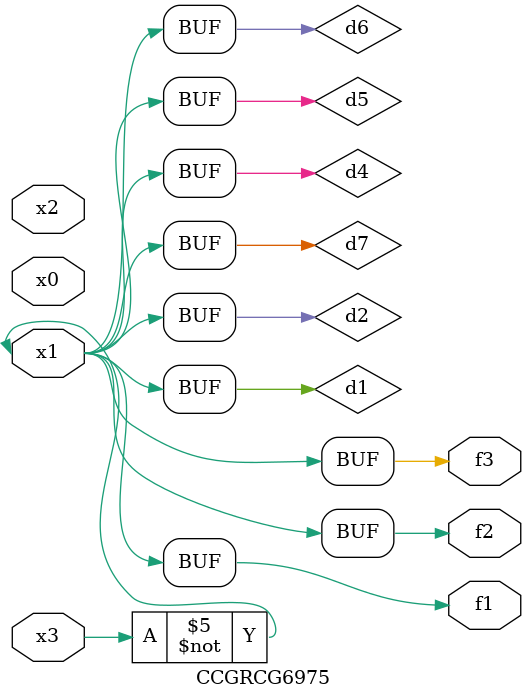
<source format=v>
module CCGRCG6975(
	input x0, x1, x2, x3,
	output f1, f2, f3
);

	wire d1, d2, d3, d4, d5, d6, d7;

	not (d1, x3);
	buf (d2, x1);
	xnor (d3, d1, d2);
	nor (d4, d1);
	buf (d5, d1, d2);
	buf (d6, d4, d5);
	nand (d7, d4);
	assign f1 = d6;
	assign f2 = d7;
	assign f3 = d6;
endmodule

</source>
